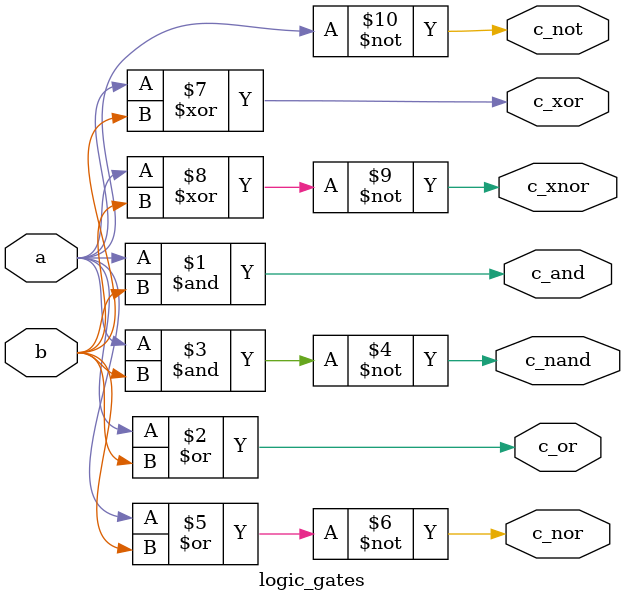
<source format=v>
`timescale 1ns / 1ps

//Gate Level Modeling//
module logic_gates(
input a,b,
output c_and,c_or,c_nand,c_nor,c_xor,c_xnor,c_not);
and g1(c_and,a,b);
or g2(c_or,a,b);
nand g3(c_nand,a,b);
nor g4(c_nor,a,b);
xor g5(c_xor,a,b);
xnor g6(c_xnor,a,b);
not g7(c_not,a);
endmodule


</source>
